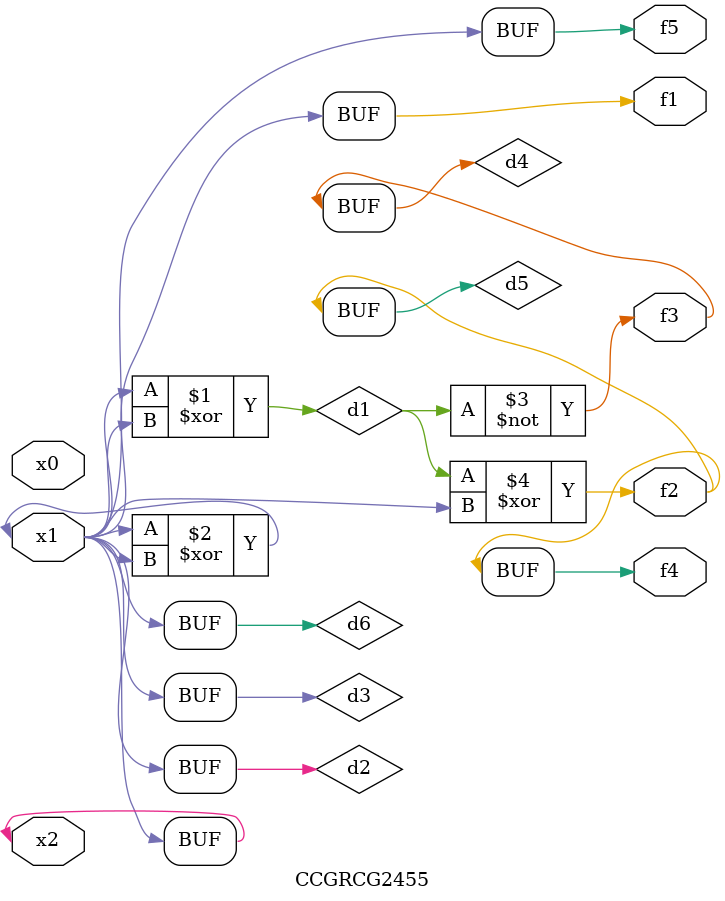
<source format=v>
module CCGRCG2455(
	input x0, x1, x2,
	output f1, f2, f3, f4, f5
);

	wire d1, d2, d3, d4, d5, d6;

	xor (d1, x1, x2);
	buf (d2, x1, x2);
	xor (d3, x1, x2);
	nor (d4, d1);
	xor (d5, d1, d2);
	buf (d6, d2, d3);
	assign f1 = d6;
	assign f2 = d5;
	assign f3 = d4;
	assign f4 = d5;
	assign f5 = d6;
endmodule

</source>
